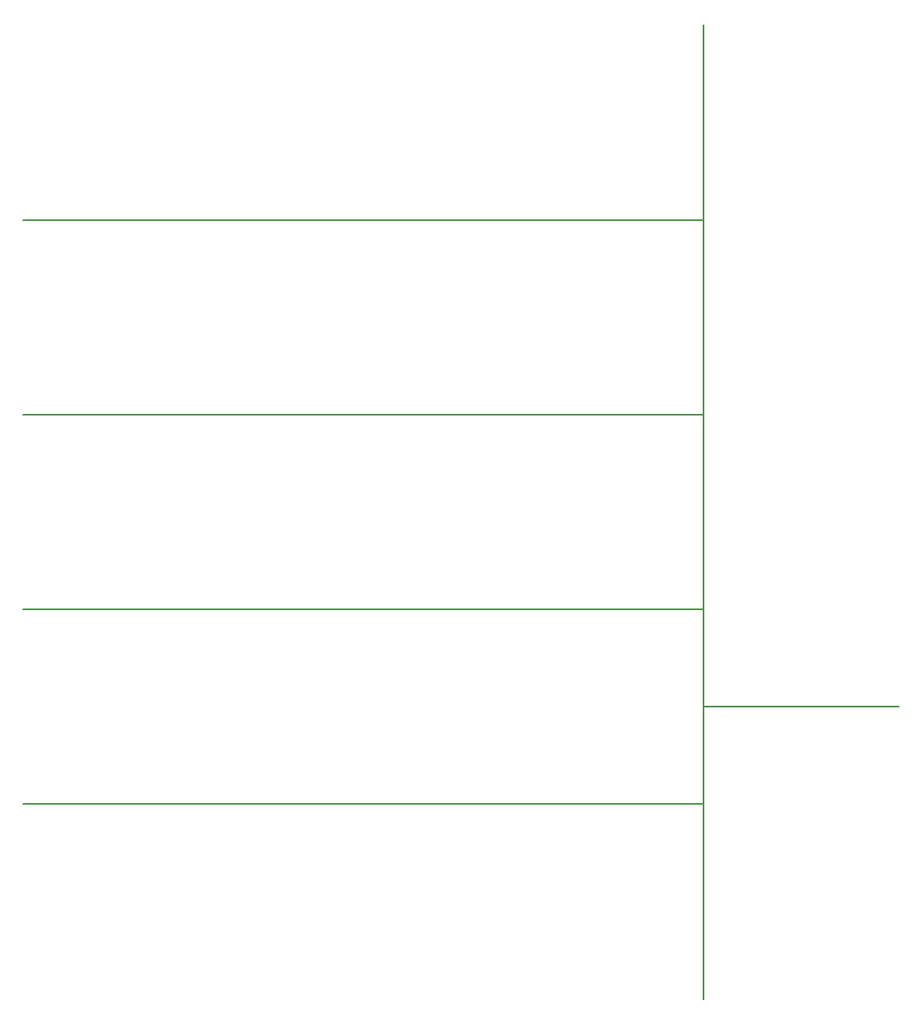
<source format=gbr>
%TF.GenerationSoftware,KiCad,Pcbnew,(5.1.9)-1*%
%TF.CreationDate,2021-03-22T15:53:49+01:00*%
%TF.ProjectId,DOORSENSOR_Enhanced_Multi,444f4f52-5345-44e5-934f-525f456e6861,rev?*%
%TF.SameCoordinates,Original*%
%TF.FileFunction,Paste,Bot*%
%TF.FilePolarity,Positive*%
%FSLAX46Y46*%
G04 Gerber Fmt 4.6, Leading zero omitted, Abs format (unit mm)*
G04 Created by KiCad (PCBNEW (5.1.9)-1) date 2021-03-22 15:53:49*
%MOMM*%
%LPD*%
G01*
G04 APERTURE LIST*
%ADD10C,0.150000*%
G04 APERTURE END LIST*
D10*
X106500000Y-113000000D02*
X126500000Y-113000000D01*
X106500000Y-83000000D02*
X36500000Y-83000000D01*
X36500000Y-103000000D02*
X106500000Y-103000000D01*
X106500000Y-123000000D02*
X36500000Y-123000000D01*
X106500000Y-43000000D02*
X106500000Y-143000000D01*
X36500000Y-63000000D02*
X106500000Y-63000000D01*
M02*

</source>
